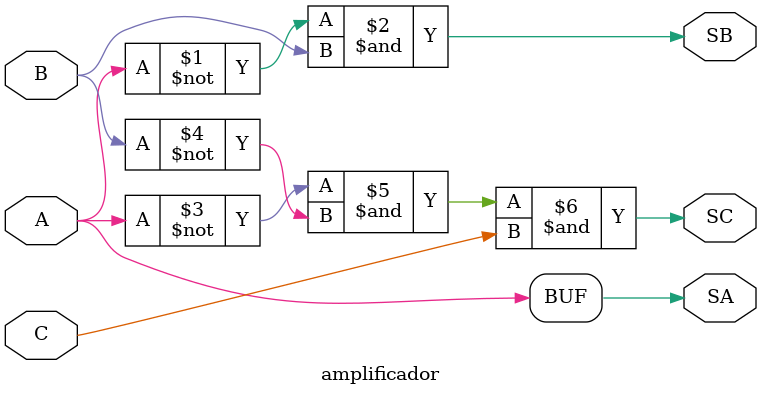
<source format=v>
module amplificador(A, B, C, SA, SB, SC);

    input A, B, C;
    output SA, SB, SC;

    assign SA = A;
    assign SB = ~A & B;
    assign SC = ~A & ~B & C;
    

endmodule
</source>
